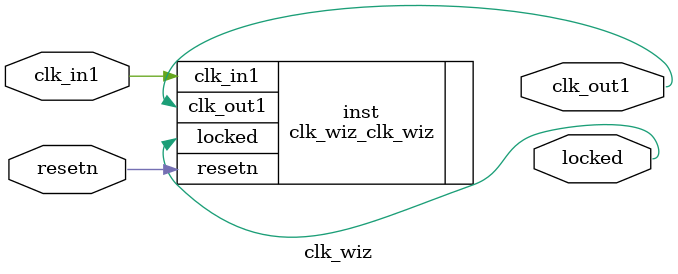
<source format=v>


`timescale 1ps/1ps

(* CORE_GENERATION_INFO = "clk_wiz,clk_wiz_v6_0_9_0_0,{component_name=clk_wiz,use_phase_alignment=true,use_min_o_jitter=false,use_max_i_jitter=false,use_dyn_phase_shift=false,use_inclk_switchover=false,use_dyn_reconfig=false,enable_axi=0,feedback_source=FDBK_AUTO,PRIMITIVE=MMCM,num_out_clk=1,clkin1_period=20.000,clkin2_period=10.0,use_power_down=false,use_reset=true,use_locked=true,use_inclk_stopped=false,feedback_type=SINGLE,CLOCK_MGR_TYPE=NA,manual_override=false}" *)

module clk_wiz 
 (
  // Clock out ports
  output        clk_out1,
  // Status and control signals
  input         resetn,
  output        locked,
 // Clock in ports
  input         clk_in1
 );

  clk_wiz_clk_wiz inst
  (
  // Clock out ports  
  .clk_out1(clk_out1),
  // Status and control signals               
  .resetn(resetn), 
  .locked(locked),
 // Clock in ports
  .clk_in1(clk_in1)
  );

endmodule

</source>
